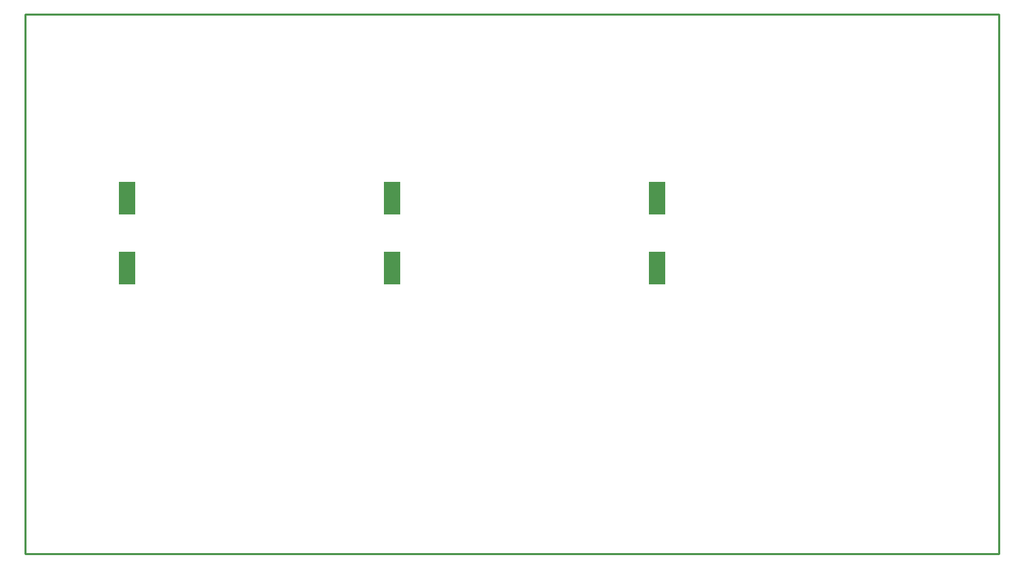
<source format=gtp>
%TF.GenerationSoftware,KiCad,Pcbnew,5.1.0-unknown-e90452d~82~ubuntu18.04.1*%
%TF.CreationDate,2019-04-11T14:53:50-04:00*%
%TF.ProjectId,stepper_controller_5x3,73746570-7065-4725-9f63-6f6e74726f6c,1.3*%
%TF.SameCoordinates,Original*%
%TF.FileFunction,Paste,Top*%
%TF.FilePolarity,Positive*%
%FSLAX46Y46*%
G04 Gerber Fmt 4.6, Leading zero omitted, Abs format (unit mm)*
G04 Created by KiCad (PCBNEW 5.1.0-unknown-e90452d~82~ubuntu18.04.1) date 2019-04-11 14:53:50*
%MOMM*%
%LPD*%
G04 APERTURE LIST*
%ADD10C,0.228600*%
%ADD11R,2.000000X4.100000*%
G04 APERTURE END LIST*
D10*
X191135000Y-71755000D02*
X69850000Y-71755000D01*
X191135000Y-139065000D02*
X191135000Y-71755000D01*
X69850000Y-139065000D02*
X191135000Y-139065000D01*
X69850000Y-71755000D02*
X69850000Y-139065000D01*
D11*
%TO.C,C6*%
X148590000Y-103410000D03*
X148590000Y-94710000D03*
%TD*%
%TO.C,C12*%
X115570000Y-103410000D03*
X115570000Y-94710000D03*
%TD*%
%TO.C,C18*%
X82550000Y-103410000D03*
X82550000Y-94710000D03*
%TD*%
M02*

</source>
